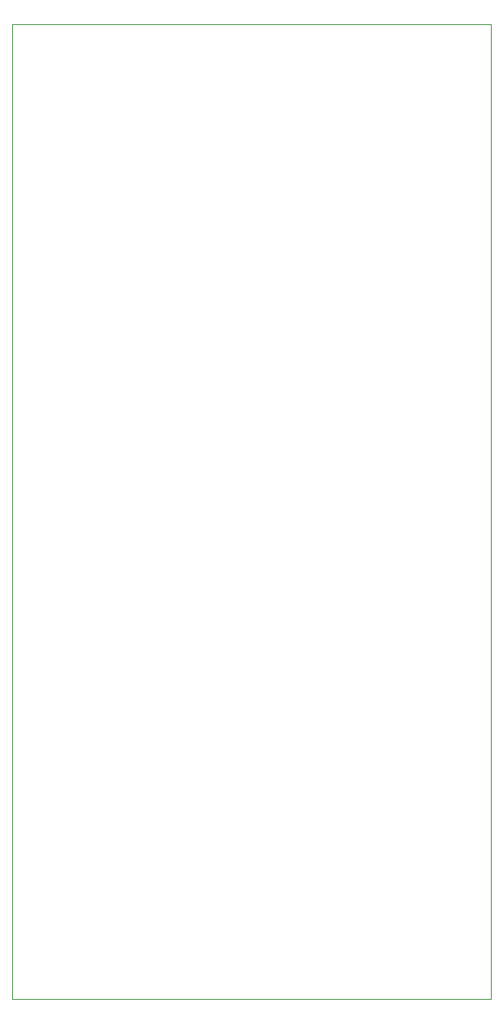
<source format=gbr>
%TF.GenerationSoftware,KiCad,Pcbnew,(5.1.6-0)*%
%TF.CreationDate,2023-01-04T15:53:52-05:00*%
%TF.ProjectId,AB MUTE,4142204d-5554-4452-9e6b-696361645f70,rev?*%
%TF.SameCoordinates,Original*%
%TF.FileFunction,Profile,NP*%
%FSLAX46Y46*%
G04 Gerber Fmt 4.6, Leading zero omitted, Abs format (unit mm)*
G04 Created by KiCad (PCBNEW (5.1.6-0)) date 2023-01-04 15:53:52*
%MOMM*%
%LPD*%
G01*
G04 APERTURE LIST*
%TA.AperFunction,Profile*%
%ADD10C,0.050000*%
%TD*%
G04 APERTURE END LIST*
D10*
X135890000Y-133985000D02*
X135890000Y-132080000D01*
X186055000Y-133985000D02*
X135890000Y-133985000D01*
X186055000Y-132080000D02*
X186055000Y-133985000D01*
X135890000Y-31750000D02*
X135890000Y-132080000D01*
X146050000Y-31750000D02*
X135890000Y-31750000D01*
X186055000Y-31750000D02*
X186055000Y-132080000D01*
X146050000Y-31750000D02*
X186055000Y-31750000D01*
M02*

</source>
